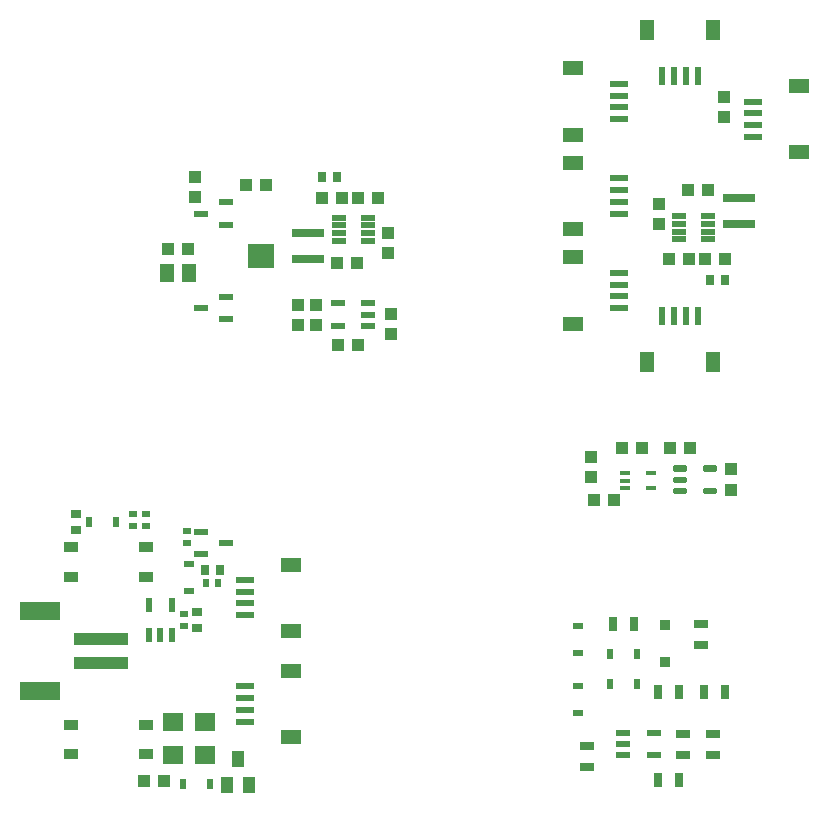
<source format=gbr>
G04 EAGLE Gerber RS-274X export*
G75*
%MOMM*%
%FSLAX34Y34*%
%LPD*%
%INSolderpaste Top*%
%IPPOS*%
%AMOC8*
5,1,8,0,0,1.08239X$1,22.5*%
G01*
%ADD10R,1.200000X0.850000*%
%ADD11R,0.700000X0.600000*%
%ADD12R,0.900000X0.700000*%
%ADD13R,1.000000X1.100000*%
%ADD14R,0.550000X1.200000*%
%ADD15R,1.800000X1.600000*%
%ADD16R,1.000000X1.400000*%
%ADD17R,1.240200X0.589100*%
%ADD18R,0.700000X0.900000*%
%ADD19R,0.600000X0.700000*%
%ADD20R,1.550000X0.600000*%
%ADD21R,1.800000X1.200000*%
%ADD22R,0.630000X0.830000*%
%ADD23R,0.830000X0.630000*%
%ADD24R,4.600000X1.000000*%
%ADD25R,3.400000X1.600000*%
%ADD26R,1.200000X0.800000*%
%ADD27R,0.950000X0.900000*%
%ADD28R,0.800000X1.200000*%
%ADD29R,1.200000X0.550000*%
%ADD30R,1.100000X1.000000*%
%ADD31R,0.876300X0.304800*%
%ADD32C,0.295000*%
%ADD33R,1.186400X0.583900*%
%ADD34R,1.208800X0.475200*%
%ADD35R,2.700000X0.800000*%
%ADD36R,2.235200X2.057400*%
%ADD37R,1.300000X1.500000*%
%ADD38R,0.600000X1.550000*%
%ADD39R,1.200000X1.800000*%


D10*
X112500Y192500D03*
X112500Y217500D03*
X49500Y217500D03*
X49500Y192500D03*
X112500Y42500D03*
X112500Y67500D03*
X49500Y67500D03*
X49500Y42500D03*
D11*
X102000Y246000D03*
X102000Y236000D03*
X113000Y236000D03*
X113000Y246000D03*
D12*
X54000Y245500D03*
X54000Y232500D03*
D13*
X111500Y20000D03*
X128500Y20000D03*
D14*
X115500Y143000D03*
X125000Y143000D03*
X134500Y143000D03*
X134500Y169000D03*
X115500Y169000D03*
D11*
X145000Y161000D03*
X145000Y151000D03*
D12*
X156000Y162500D03*
X156000Y149500D03*
D15*
X136000Y42000D03*
X136000Y70000D03*
X163000Y42000D03*
X163000Y70000D03*
D16*
X191000Y38000D03*
X200500Y16000D03*
X181500Y16000D03*
D11*
X148000Y221000D03*
X148000Y231000D03*
D17*
X159444Y230500D03*
X159444Y211500D03*
X180556Y221000D03*
D18*
X162500Y198000D03*
X175500Y198000D03*
D19*
X174000Y187000D03*
X164000Y187000D03*
D20*
X196600Y90000D03*
X196600Y80000D03*
D21*
X235350Y113000D03*
X235350Y57000D03*
D20*
X196600Y70000D03*
X196600Y100000D03*
X196600Y180000D03*
X196600Y170000D03*
D21*
X235350Y203000D03*
X235350Y147000D03*
D20*
X196600Y160000D03*
X196600Y190000D03*
D22*
X167500Y17000D03*
X144500Y17000D03*
D23*
X149000Y203500D03*
X149000Y180500D03*
D22*
X87500Y239000D03*
X64500Y239000D03*
D24*
X75000Y120000D03*
X75000Y140000D03*
D25*
X23000Y96000D03*
X23000Y164000D03*
D26*
X583040Y152510D03*
X583040Y134510D03*
X593200Y59800D03*
X593200Y41800D03*
X486520Y49640D03*
X486520Y31640D03*
D22*
X528500Y101600D03*
X505500Y101600D03*
X528500Y127000D03*
X505500Y127000D03*
D23*
X478900Y100400D03*
X478900Y77400D03*
X478900Y128200D03*
X478900Y151200D03*
D27*
X552560Y151640D03*
X552560Y120140D03*
D28*
X508000Y152400D03*
X526000Y152400D03*
X546100Y20320D03*
X564100Y20320D03*
D26*
X567800Y41800D03*
X567800Y59800D03*
D28*
X546100Y95250D03*
X564100Y95250D03*
X603470Y95250D03*
X585470Y95250D03*
D29*
X516699Y60300D03*
X516699Y50800D03*
X516699Y41300D03*
X542701Y41300D03*
X542701Y60300D03*
D30*
X573400Y301500D03*
X556400Y301500D03*
D13*
X608500Y283500D03*
X608500Y266500D03*
D30*
X515500Y302000D03*
X532500Y302000D03*
D13*
X489400Y294000D03*
X489400Y277000D03*
D30*
X509100Y257400D03*
X492100Y257400D03*
D31*
X518088Y280400D03*
X518088Y273900D03*
X518088Y267400D03*
X540313Y267400D03*
X540313Y280400D03*
D32*
X560075Y283125D02*
X569225Y283125D01*
X560075Y283125D02*
X560075Y286075D01*
X569225Y286075D01*
X569225Y283125D01*
X569225Y285927D02*
X560075Y285927D01*
X560075Y273625D02*
X569225Y273625D01*
X560075Y273625D02*
X560075Y276575D01*
X569225Y276575D01*
X569225Y273625D01*
X569225Y276427D02*
X560075Y276427D01*
X560075Y264125D02*
X569225Y264125D01*
X560075Y264125D02*
X560075Y267075D01*
X569225Y267075D01*
X569225Y264125D01*
X569225Y266927D02*
X560075Y266927D01*
X585175Y264125D02*
X594325Y264125D01*
X585175Y264125D02*
X585175Y267075D01*
X594325Y267075D01*
X594325Y264125D01*
X594325Y266927D02*
X585175Y266927D01*
X585175Y283125D02*
X594325Y283125D01*
X585175Y283125D02*
X585175Y286075D01*
X594325Y286075D01*
X594325Y283125D01*
X594325Y285927D02*
X585175Y285927D01*
D30*
X242000Y422500D03*
X242000Y405500D03*
X257000Y422500D03*
X257000Y405500D03*
X275500Y389000D03*
X292500Y389000D03*
D33*
X300776Y405108D03*
X300776Y414608D03*
X300776Y424108D03*
X275488Y424108D03*
X275488Y405108D03*
D13*
X320000Y398500D03*
X320000Y415500D03*
D34*
X301093Y477202D03*
X301093Y483702D03*
X301093Y490202D03*
X301093Y496702D03*
X276027Y496702D03*
X276027Y490202D03*
X276027Y483702D03*
X276027Y477202D03*
D13*
X318000Y466500D03*
X318000Y483500D03*
X278500Y513000D03*
X261500Y513000D03*
X309500Y513000D03*
X292500Y513000D03*
D18*
X261500Y531000D03*
X274500Y531000D03*
D35*
X249984Y483728D03*
X249984Y461728D03*
D30*
X274472Y458092D03*
X291472Y458092D03*
D36*
X210000Y464223D03*
D17*
X180556Y490500D03*
X180556Y509500D03*
X159444Y500000D03*
X180556Y410500D03*
X180556Y429500D03*
X159444Y420000D03*
D13*
X197500Y524000D03*
X214500Y524000D03*
X131500Y470000D03*
X148500Y470000D03*
D37*
X149500Y450000D03*
X130500Y450000D03*
D13*
X154000Y514500D03*
X154000Y531500D03*
D34*
X563907Y497798D03*
X563907Y491298D03*
X563907Y484798D03*
X563907Y478298D03*
X588973Y478298D03*
X588973Y484798D03*
X588973Y491298D03*
X588973Y497798D03*
D13*
X547000Y508500D03*
X547000Y491500D03*
X586500Y462000D03*
X603500Y462000D03*
X555500Y462000D03*
X572500Y462000D03*
D18*
X603500Y444000D03*
X590500Y444000D03*
D35*
X615016Y491272D03*
X615016Y513272D03*
D20*
X513400Y590000D03*
X513400Y600000D03*
D21*
X474650Y567000D03*
X474650Y623000D03*
D20*
X513400Y610000D03*
X513400Y580000D03*
X513400Y510000D03*
X513400Y520000D03*
D21*
X474650Y487000D03*
X474650Y543000D03*
D20*
X513400Y530000D03*
X513400Y500000D03*
X513400Y430000D03*
X513400Y440000D03*
D21*
X474650Y407000D03*
X474650Y463000D03*
D20*
X513400Y450000D03*
X513400Y420000D03*
D38*
X570000Y413400D03*
X560000Y413400D03*
D39*
X593000Y374650D03*
X537000Y374650D03*
D38*
X550000Y413400D03*
X580000Y413400D03*
X560000Y616600D03*
X570000Y616600D03*
D39*
X537000Y655350D03*
X593000Y655350D03*
D38*
X580000Y616600D03*
X550000Y616600D03*
D20*
X626600Y585000D03*
X626600Y575000D03*
D21*
X665350Y608000D03*
X665350Y552000D03*
D20*
X626600Y565000D03*
X626600Y595000D03*
D30*
X602000Y581500D03*
X602000Y598500D03*
X588500Y520000D03*
X571500Y520000D03*
M02*

</source>
